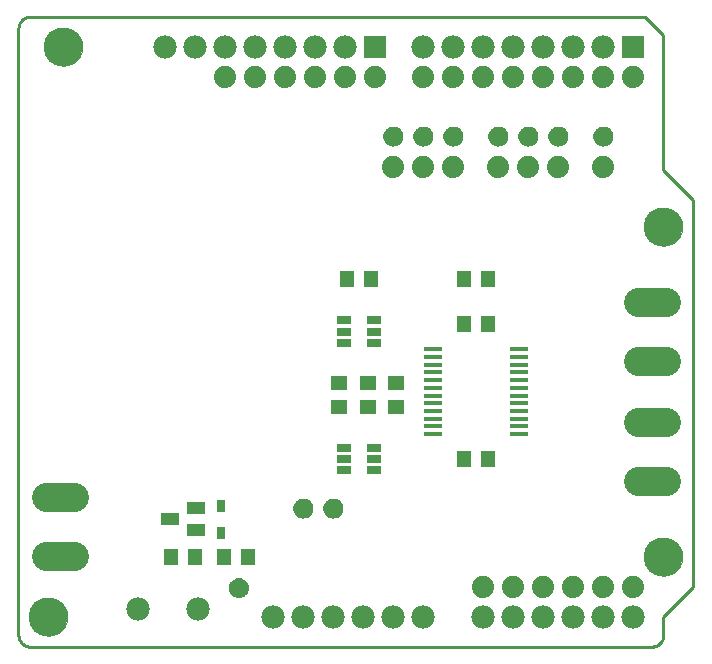
<source format=gts>
G75*
%MOIN*%
%OFA0B0*%
%FSLAX25Y25*%
%IPPOS*%
%LPD*%
%AMOC8*
5,1,8,0,0,1.08239X$1,22.5*
%
%ADD10C,0.01000*%
%ADD11C,0.00000*%
%ADD12C,0.12998*%
%ADD13C,0.07800*%
%ADD14R,0.07800X0.07800*%
%ADD15C,0.09770*%
%ADD16R,0.05124X0.02565*%
%ADD17R,0.05518X0.05124*%
%ADD18R,0.05912X0.04337*%
%ADD19R,0.02762X0.04337*%
%ADD20R,0.05124X0.05518*%
%ADD21C,0.00500*%
%ADD22R,0.05900X0.01770*%
%ADD23C,0.07400*%
D10*
X0005537Y0010800D02*
X0212663Y0010800D01*
X0212787Y0010802D01*
X0212910Y0010808D01*
X0213034Y0010817D01*
X0213156Y0010831D01*
X0213279Y0010848D01*
X0213401Y0010870D01*
X0213522Y0010895D01*
X0213642Y0010924D01*
X0213761Y0010956D01*
X0213880Y0010993D01*
X0213997Y0011033D01*
X0214112Y0011076D01*
X0214227Y0011124D01*
X0214339Y0011175D01*
X0214450Y0011229D01*
X0214560Y0011287D01*
X0214667Y0011348D01*
X0214773Y0011413D01*
X0214876Y0011481D01*
X0214977Y0011552D01*
X0215076Y0011626D01*
X0215173Y0011703D01*
X0215267Y0011784D01*
X0215358Y0011867D01*
X0215447Y0011953D01*
X0215533Y0012042D01*
X0215616Y0012133D01*
X0215697Y0012227D01*
X0215774Y0012324D01*
X0215848Y0012423D01*
X0215919Y0012524D01*
X0215987Y0012627D01*
X0216052Y0012733D01*
X0216113Y0012840D01*
X0216171Y0012950D01*
X0216225Y0013061D01*
X0216276Y0013173D01*
X0216324Y0013288D01*
X0216367Y0013403D01*
X0216407Y0013520D01*
X0216444Y0013639D01*
X0216476Y0013758D01*
X0216505Y0013878D01*
X0216530Y0013999D01*
X0216552Y0014121D01*
X0216569Y0014244D01*
X0216583Y0014366D01*
X0216592Y0014490D01*
X0216598Y0014613D01*
X0216600Y0014737D01*
X0216600Y0020800D01*
X0226600Y0030800D01*
X0226600Y0159800D01*
X0216600Y0169800D01*
X0216600Y0214800D01*
X0210600Y0220800D01*
X0005537Y0220800D01*
X0005413Y0220798D01*
X0005290Y0220792D01*
X0005166Y0220783D01*
X0005044Y0220769D01*
X0004921Y0220752D01*
X0004799Y0220730D01*
X0004678Y0220705D01*
X0004558Y0220676D01*
X0004439Y0220644D01*
X0004320Y0220607D01*
X0004203Y0220567D01*
X0004088Y0220524D01*
X0003973Y0220476D01*
X0003861Y0220425D01*
X0003750Y0220371D01*
X0003640Y0220313D01*
X0003533Y0220252D01*
X0003427Y0220187D01*
X0003324Y0220119D01*
X0003223Y0220048D01*
X0003124Y0219974D01*
X0003027Y0219897D01*
X0002933Y0219816D01*
X0002842Y0219733D01*
X0002753Y0219647D01*
X0002667Y0219558D01*
X0002584Y0219467D01*
X0002503Y0219373D01*
X0002426Y0219276D01*
X0002352Y0219177D01*
X0002281Y0219076D01*
X0002213Y0218973D01*
X0002148Y0218867D01*
X0002087Y0218760D01*
X0002029Y0218650D01*
X0001975Y0218539D01*
X0001924Y0218427D01*
X0001876Y0218312D01*
X0001833Y0218197D01*
X0001793Y0218080D01*
X0001756Y0217961D01*
X0001724Y0217842D01*
X0001695Y0217722D01*
X0001670Y0217601D01*
X0001648Y0217479D01*
X0001631Y0217356D01*
X0001617Y0217234D01*
X0001608Y0217110D01*
X0001602Y0216987D01*
X0001600Y0216863D01*
X0001600Y0014737D01*
X0001602Y0014613D01*
X0001608Y0014490D01*
X0001617Y0014366D01*
X0001631Y0014244D01*
X0001648Y0014121D01*
X0001670Y0013999D01*
X0001695Y0013878D01*
X0001724Y0013758D01*
X0001756Y0013639D01*
X0001793Y0013520D01*
X0001833Y0013403D01*
X0001876Y0013288D01*
X0001924Y0013173D01*
X0001975Y0013061D01*
X0002029Y0012950D01*
X0002087Y0012840D01*
X0002148Y0012733D01*
X0002213Y0012627D01*
X0002281Y0012524D01*
X0002352Y0012423D01*
X0002426Y0012324D01*
X0002503Y0012227D01*
X0002584Y0012133D01*
X0002667Y0012042D01*
X0002753Y0011953D01*
X0002842Y0011867D01*
X0002933Y0011784D01*
X0003027Y0011703D01*
X0003124Y0011626D01*
X0003223Y0011552D01*
X0003324Y0011481D01*
X0003427Y0011413D01*
X0003533Y0011348D01*
X0003640Y0011287D01*
X0003750Y0011229D01*
X0003861Y0011175D01*
X0003973Y0011124D01*
X0004088Y0011076D01*
X0004203Y0011033D01*
X0004320Y0010993D01*
X0004439Y0010956D01*
X0004558Y0010924D01*
X0004678Y0010895D01*
X0004799Y0010870D01*
X0004921Y0010848D01*
X0005044Y0010831D01*
X0005166Y0010817D01*
X0005290Y0010808D01*
X0005413Y0010802D01*
X0005537Y0010800D01*
D11*
X0005301Y0020800D02*
X0005303Y0020958D01*
X0005309Y0021116D01*
X0005319Y0021274D01*
X0005333Y0021432D01*
X0005351Y0021589D01*
X0005372Y0021746D01*
X0005398Y0021902D01*
X0005428Y0022058D01*
X0005461Y0022213D01*
X0005499Y0022366D01*
X0005540Y0022519D01*
X0005585Y0022671D01*
X0005634Y0022822D01*
X0005687Y0022971D01*
X0005743Y0023119D01*
X0005803Y0023265D01*
X0005867Y0023410D01*
X0005935Y0023553D01*
X0006006Y0023695D01*
X0006080Y0023835D01*
X0006158Y0023972D01*
X0006240Y0024108D01*
X0006324Y0024242D01*
X0006413Y0024373D01*
X0006504Y0024502D01*
X0006599Y0024629D01*
X0006696Y0024754D01*
X0006797Y0024876D01*
X0006901Y0024995D01*
X0007008Y0025112D01*
X0007118Y0025226D01*
X0007231Y0025337D01*
X0007346Y0025446D01*
X0007464Y0025551D01*
X0007585Y0025653D01*
X0007708Y0025753D01*
X0007834Y0025849D01*
X0007962Y0025942D01*
X0008092Y0026032D01*
X0008225Y0026118D01*
X0008360Y0026202D01*
X0008496Y0026281D01*
X0008635Y0026358D01*
X0008776Y0026430D01*
X0008918Y0026500D01*
X0009062Y0026565D01*
X0009208Y0026627D01*
X0009355Y0026685D01*
X0009504Y0026740D01*
X0009654Y0026791D01*
X0009805Y0026838D01*
X0009957Y0026881D01*
X0010110Y0026920D01*
X0010265Y0026956D01*
X0010420Y0026987D01*
X0010576Y0027015D01*
X0010732Y0027039D01*
X0010889Y0027059D01*
X0011047Y0027075D01*
X0011204Y0027087D01*
X0011363Y0027095D01*
X0011521Y0027099D01*
X0011679Y0027099D01*
X0011837Y0027095D01*
X0011996Y0027087D01*
X0012153Y0027075D01*
X0012311Y0027059D01*
X0012468Y0027039D01*
X0012624Y0027015D01*
X0012780Y0026987D01*
X0012935Y0026956D01*
X0013090Y0026920D01*
X0013243Y0026881D01*
X0013395Y0026838D01*
X0013546Y0026791D01*
X0013696Y0026740D01*
X0013845Y0026685D01*
X0013992Y0026627D01*
X0014138Y0026565D01*
X0014282Y0026500D01*
X0014424Y0026430D01*
X0014565Y0026358D01*
X0014704Y0026281D01*
X0014840Y0026202D01*
X0014975Y0026118D01*
X0015108Y0026032D01*
X0015238Y0025942D01*
X0015366Y0025849D01*
X0015492Y0025753D01*
X0015615Y0025653D01*
X0015736Y0025551D01*
X0015854Y0025446D01*
X0015969Y0025337D01*
X0016082Y0025226D01*
X0016192Y0025112D01*
X0016299Y0024995D01*
X0016403Y0024876D01*
X0016504Y0024754D01*
X0016601Y0024629D01*
X0016696Y0024502D01*
X0016787Y0024373D01*
X0016876Y0024242D01*
X0016960Y0024108D01*
X0017042Y0023972D01*
X0017120Y0023835D01*
X0017194Y0023695D01*
X0017265Y0023553D01*
X0017333Y0023410D01*
X0017397Y0023265D01*
X0017457Y0023119D01*
X0017513Y0022971D01*
X0017566Y0022822D01*
X0017615Y0022671D01*
X0017660Y0022519D01*
X0017701Y0022366D01*
X0017739Y0022213D01*
X0017772Y0022058D01*
X0017802Y0021902D01*
X0017828Y0021746D01*
X0017849Y0021589D01*
X0017867Y0021432D01*
X0017881Y0021274D01*
X0017891Y0021116D01*
X0017897Y0020958D01*
X0017899Y0020800D01*
X0017897Y0020642D01*
X0017891Y0020484D01*
X0017881Y0020326D01*
X0017867Y0020168D01*
X0017849Y0020011D01*
X0017828Y0019854D01*
X0017802Y0019698D01*
X0017772Y0019542D01*
X0017739Y0019387D01*
X0017701Y0019234D01*
X0017660Y0019081D01*
X0017615Y0018929D01*
X0017566Y0018778D01*
X0017513Y0018629D01*
X0017457Y0018481D01*
X0017397Y0018335D01*
X0017333Y0018190D01*
X0017265Y0018047D01*
X0017194Y0017905D01*
X0017120Y0017765D01*
X0017042Y0017628D01*
X0016960Y0017492D01*
X0016876Y0017358D01*
X0016787Y0017227D01*
X0016696Y0017098D01*
X0016601Y0016971D01*
X0016504Y0016846D01*
X0016403Y0016724D01*
X0016299Y0016605D01*
X0016192Y0016488D01*
X0016082Y0016374D01*
X0015969Y0016263D01*
X0015854Y0016154D01*
X0015736Y0016049D01*
X0015615Y0015947D01*
X0015492Y0015847D01*
X0015366Y0015751D01*
X0015238Y0015658D01*
X0015108Y0015568D01*
X0014975Y0015482D01*
X0014840Y0015398D01*
X0014704Y0015319D01*
X0014565Y0015242D01*
X0014424Y0015170D01*
X0014282Y0015100D01*
X0014138Y0015035D01*
X0013992Y0014973D01*
X0013845Y0014915D01*
X0013696Y0014860D01*
X0013546Y0014809D01*
X0013395Y0014762D01*
X0013243Y0014719D01*
X0013090Y0014680D01*
X0012935Y0014644D01*
X0012780Y0014613D01*
X0012624Y0014585D01*
X0012468Y0014561D01*
X0012311Y0014541D01*
X0012153Y0014525D01*
X0011996Y0014513D01*
X0011837Y0014505D01*
X0011679Y0014501D01*
X0011521Y0014501D01*
X0011363Y0014505D01*
X0011204Y0014513D01*
X0011047Y0014525D01*
X0010889Y0014541D01*
X0010732Y0014561D01*
X0010576Y0014585D01*
X0010420Y0014613D01*
X0010265Y0014644D01*
X0010110Y0014680D01*
X0009957Y0014719D01*
X0009805Y0014762D01*
X0009654Y0014809D01*
X0009504Y0014860D01*
X0009355Y0014915D01*
X0009208Y0014973D01*
X0009062Y0015035D01*
X0008918Y0015100D01*
X0008776Y0015170D01*
X0008635Y0015242D01*
X0008496Y0015319D01*
X0008360Y0015398D01*
X0008225Y0015482D01*
X0008092Y0015568D01*
X0007962Y0015658D01*
X0007834Y0015751D01*
X0007708Y0015847D01*
X0007585Y0015947D01*
X0007464Y0016049D01*
X0007346Y0016154D01*
X0007231Y0016263D01*
X0007118Y0016374D01*
X0007008Y0016488D01*
X0006901Y0016605D01*
X0006797Y0016724D01*
X0006696Y0016846D01*
X0006599Y0016971D01*
X0006504Y0017098D01*
X0006413Y0017227D01*
X0006324Y0017358D01*
X0006240Y0017492D01*
X0006158Y0017628D01*
X0006080Y0017765D01*
X0006006Y0017905D01*
X0005935Y0018047D01*
X0005867Y0018190D01*
X0005803Y0018335D01*
X0005743Y0018481D01*
X0005687Y0018629D01*
X0005634Y0018778D01*
X0005585Y0018929D01*
X0005540Y0019081D01*
X0005499Y0019234D01*
X0005461Y0019387D01*
X0005428Y0019542D01*
X0005398Y0019698D01*
X0005372Y0019854D01*
X0005351Y0020011D01*
X0005333Y0020168D01*
X0005319Y0020326D01*
X0005309Y0020484D01*
X0005303Y0020642D01*
X0005301Y0020800D01*
X0010301Y0210800D02*
X0010303Y0210958D01*
X0010309Y0211116D01*
X0010319Y0211274D01*
X0010333Y0211432D01*
X0010351Y0211589D01*
X0010372Y0211746D01*
X0010398Y0211902D01*
X0010428Y0212058D01*
X0010461Y0212213D01*
X0010499Y0212366D01*
X0010540Y0212519D01*
X0010585Y0212671D01*
X0010634Y0212822D01*
X0010687Y0212971D01*
X0010743Y0213119D01*
X0010803Y0213265D01*
X0010867Y0213410D01*
X0010935Y0213553D01*
X0011006Y0213695D01*
X0011080Y0213835D01*
X0011158Y0213972D01*
X0011240Y0214108D01*
X0011324Y0214242D01*
X0011413Y0214373D01*
X0011504Y0214502D01*
X0011599Y0214629D01*
X0011696Y0214754D01*
X0011797Y0214876D01*
X0011901Y0214995D01*
X0012008Y0215112D01*
X0012118Y0215226D01*
X0012231Y0215337D01*
X0012346Y0215446D01*
X0012464Y0215551D01*
X0012585Y0215653D01*
X0012708Y0215753D01*
X0012834Y0215849D01*
X0012962Y0215942D01*
X0013092Y0216032D01*
X0013225Y0216118D01*
X0013360Y0216202D01*
X0013496Y0216281D01*
X0013635Y0216358D01*
X0013776Y0216430D01*
X0013918Y0216500D01*
X0014062Y0216565D01*
X0014208Y0216627D01*
X0014355Y0216685D01*
X0014504Y0216740D01*
X0014654Y0216791D01*
X0014805Y0216838D01*
X0014957Y0216881D01*
X0015110Y0216920D01*
X0015265Y0216956D01*
X0015420Y0216987D01*
X0015576Y0217015D01*
X0015732Y0217039D01*
X0015889Y0217059D01*
X0016047Y0217075D01*
X0016204Y0217087D01*
X0016363Y0217095D01*
X0016521Y0217099D01*
X0016679Y0217099D01*
X0016837Y0217095D01*
X0016996Y0217087D01*
X0017153Y0217075D01*
X0017311Y0217059D01*
X0017468Y0217039D01*
X0017624Y0217015D01*
X0017780Y0216987D01*
X0017935Y0216956D01*
X0018090Y0216920D01*
X0018243Y0216881D01*
X0018395Y0216838D01*
X0018546Y0216791D01*
X0018696Y0216740D01*
X0018845Y0216685D01*
X0018992Y0216627D01*
X0019138Y0216565D01*
X0019282Y0216500D01*
X0019424Y0216430D01*
X0019565Y0216358D01*
X0019704Y0216281D01*
X0019840Y0216202D01*
X0019975Y0216118D01*
X0020108Y0216032D01*
X0020238Y0215942D01*
X0020366Y0215849D01*
X0020492Y0215753D01*
X0020615Y0215653D01*
X0020736Y0215551D01*
X0020854Y0215446D01*
X0020969Y0215337D01*
X0021082Y0215226D01*
X0021192Y0215112D01*
X0021299Y0214995D01*
X0021403Y0214876D01*
X0021504Y0214754D01*
X0021601Y0214629D01*
X0021696Y0214502D01*
X0021787Y0214373D01*
X0021876Y0214242D01*
X0021960Y0214108D01*
X0022042Y0213972D01*
X0022120Y0213835D01*
X0022194Y0213695D01*
X0022265Y0213553D01*
X0022333Y0213410D01*
X0022397Y0213265D01*
X0022457Y0213119D01*
X0022513Y0212971D01*
X0022566Y0212822D01*
X0022615Y0212671D01*
X0022660Y0212519D01*
X0022701Y0212366D01*
X0022739Y0212213D01*
X0022772Y0212058D01*
X0022802Y0211902D01*
X0022828Y0211746D01*
X0022849Y0211589D01*
X0022867Y0211432D01*
X0022881Y0211274D01*
X0022891Y0211116D01*
X0022897Y0210958D01*
X0022899Y0210800D01*
X0022897Y0210642D01*
X0022891Y0210484D01*
X0022881Y0210326D01*
X0022867Y0210168D01*
X0022849Y0210011D01*
X0022828Y0209854D01*
X0022802Y0209698D01*
X0022772Y0209542D01*
X0022739Y0209387D01*
X0022701Y0209234D01*
X0022660Y0209081D01*
X0022615Y0208929D01*
X0022566Y0208778D01*
X0022513Y0208629D01*
X0022457Y0208481D01*
X0022397Y0208335D01*
X0022333Y0208190D01*
X0022265Y0208047D01*
X0022194Y0207905D01*
X0022120Y0207765D01*
X0022042Y0207628D01*
X0021960Y0207492D01*
X0021876Y0207358D01*
X0021787Y0207227D01*
X0021696Y0207098D01*
X0021601Y0206971D01*
X0021504Y0206846D01*
X0021403Y0206724D01*
X0021299Y0206605D01*
X0021192Y0206488D01*
X0021082Y0206374D01*
X0020969Y0206263D01*
X0020854Y0206154D01*
X0020736Y0206049D01*
X0020615Y0205947D01*
X0020492Y0205847D01*
X0020366Y0205751D01*
X0020238Y0205658D01*
X0020108Y0205568D01*
X0019975Y0205482D01*
X0019840Y0205398D01*
X0019704Y0205319D01*
X0019565Y0205242D01*
X0019424Y0205170D01*
X0019282Y0205100D01*
X0019138Y0205035D01*
X0018992Y0204973D01*
X0018845Y0204915D01*
X0018696Y0204860D01*
X0018546Y0204809D01*
X0018395Y0204762D01*
X0018243Y0204719D01*
X0018090Y0204680D01*
X0017935Y0204644D01*
X0017780Y0204613D01*
X0017624Y0204585D01*
X0017468Y0204561D01*
X0017311Y0204541D01*
X0017153Y0204525D01*
X0016996Y0204513D01*
X0016837Y0204505D01*
X0016679Y0204501D01*
X0016521Y0204501D01*
X0016363Y0204505D01*
X0016204Y0204513D01*
X0016047Y0204525D01*
X0015889Y0204541D01*
X0015732Y0204561D01*
X0015576Y0204585D01*
X0015420Y0204613D01*
X0015265Y0204644D01*
X0015110Y0204680D01*
X0014957Y0204719D01*
X0014805Y0204762D01*
X0014654Y0204809D01*
X0014504Y0204860D01*
X0014355Y0204915D01*
X0014208Y0204973D01*
X0014062Y0205035D01*
X0013918Y0205100D01*
X0013776Y0205170D01*
X0013635Y0205242D01*
X0013496Y0205319D01*
X0013360Y0205398D01*
X0013225Y0205482D01*
X0013092Y0205568D01*
X0012962Y0205658D01*
X0012834Y0205751D01*
X0012708Y0205847D01*
X0012585Y0205947D01*
X0012464Y0206049D01*
X0012346Y0206154D01*
X0012231Y0206263D01*
X0012118Y0206374D01*
X0012008Y0206488D01*
X0011901Y0206605D01*
X0011797Y0206724D01*
X0011696Y0206846D01*
X0011599Y0206971D01*
X0011504Y0207098D01*
X0011413Y0207227D01*
X0011324Y0207358D01*
X0011240Y0207492D01*
X0011158Y0207628D01*
X0011080Y0207765D01*
X0011006Y0207905D01*
X0010935Y0208047D01*
X0010867Y0208190D01*
X0010803Y0208335D01*
X0010743Y0208481D01*
X0010687Y0208629D01*
X0010634Y0208778D01*
X0010585Y0208929D01*
X0010540Y0209081D01*
X0010499Y0209234D01*
X0010461Y0209387D01*
X0010428Y0209542D01*
X0010398Y0209698D01*
X0010372Y0209854D01*
X0010351Y0210011D01*
X0010333Y0210168D01*
X0010319Y0210326D01*
X0010309Y0210484D01*
X0010303Y0210642D01*
X0010301Y0210800D01*
X0210301Y0150800D02*
X0210303Y0150958D01*
X0210309Y0151116D01*
X0210319Y0151274D01*
X0210333Y0151432D01*
X0210351Y0151589D01*
X0210372Y0151746D01*
X0210398Y0151902D01*
X0210428Y0152058D01*
X0210461Y0152213D01*
X0210499Y0152366D01*
X0210540Y0152519D01*
X0210585Y0152671D01*
X0210634Y0152822D01*
X0210687Y0152971D01*
X0210743Y0153119D01*
X0210803Y0153265D01*
X0210867Y0153410D01*
X0210935Y0153553D01*
X0211006Y0153695D01*
X0211080Y0153835D01*
X0211158Y0153972D01*
X0211240Y0154108D01*
X0211324Y0154242D01*
X0211413Y0154373D01*
X0211504Y0154502D01*
X0211599Y0154629D01*
X0211696Y0154754D01*
X0211797Y0154876D01*
X0211901Y0154995D01*
X0212008Y0155112D01*
X0212118Y0155226D01*
X0212231Y0155337D01*
X0212346Y0155446D01*
X0212464Y0155551D01*
X0212585Y0155653D01*
X0212708Y0155753D01*
X0212834Y0155849D01*
X0212962Y0155942D01*
X0213092Y0156032D01*
X0213225Y0156118D01*
X0213360Y0156202D01*
X0213496Y0156281D01*
X0213635Y0156358D01*
X0213776Y0156430D01*
X0213918Y0156500D01*
X0214062Y0156565D01*
X0214208Y0156627D01*
X0214355Y0156685D01*
X0214504Y0156740D01*
X0214654Y0156791D01*
X0214805Y0156838D01*
X0214957Y0156881D01*
X0215110Y0156920D01*
X0215265Y0156956D01*
X0215420Y0156987D01*
X0215576Y0157015D01*
X0215732Y0157039D01*
X0215889Y0157059D01*
X0216047Y0157075D01*
X0216204Y0157087D01*
X0216363Y0157095D01*
X0216521Y0157099D01*
X0216679Y0157099D01*
X0216837Y0157095D01*
X0216996Y0157087D01*
X0217153Y0157075D01*
X0217311Y0157059D01*
X0217468Y0157039D01*
X0217624Y0157015D01*
X0217780Y0156987D01*
X0217935Y0156956D01*
X0218090Y0156920D01*
X0218243Y0156881D01*
X0218395Y0156838D01*
X0218546Y0156791D01*
X0218696Y0156740D01*
X0218845Y0156685D01*
X0218992Y0156627D01*
X0219138Y0156565D01*
X0219282Y0156500D01*
X0219424Y0156430D01*
X0219565Y0156358D01*
X0219704Y0156281D01*
X0219840Y0156202D01*
X0219975Y0156118D01*
X0220108Y0156032D01*
X0220238Y0155942D01*
X0220366Y0155849D01*
X0220492Y0155753D01*
X0220615Y0155653D01*
X0220736Y0155551D01*
X0220854Y0155446D01*
X0220969Y0155337D01*
X0221082Y0155226D01*
X0221192Y0155112D01*
X0221299Y0154995D01*
X0221403Y0154876D01*
X0221504Y0154754D01*
X0221601Y0154629D01*
X0221696Y0154502D01*
X0221787Y0154373D01*
X0221876Y0154242D01*
X0221960Y0154108D01*
X0222042Y0153972D01*
X0222120Y0153835D01*
X0222194Y0153695D01*
X0222265Y0153553D01*
X0222333Y0153410D01*
X0222397Y0153265D01*
X0222457Y0153119D01*
X0222513Y0152971D01*
X0222566Y0152822D01*
X0222615Y0152671D01*
X0222660Y0152519D01*
X0222701Y0152366D01*
X0222739Y0152213D01*
X0222772Y0152058D01*
X0222802Y0151902D01*
X0222828Y0151746D01*
X0222849Y0151589D01*
X0222867Y0151432D01*
X0222881Y0151274D01*
X0222891Y0151116D01*
X0222897Y0150958D01*
X0222899Y0150800D01*
X0222897Y0150642D01*
X0222891Y0150484D01*
X0222881Y0150326D01*
X0222867Y0150168D01*
X0222849Y0150011D01*
X0222828Y0149854D01*
X0222802Y0149698D01*
X0222772Y0149542D01*
X0222739Y0149387D01*
X0222701Y0149234D01*
X0222660Y0149081D01*
X0222615Y0148929D01*
X0222566Y0148778D01*
X0222513Y0148629D01*
X0222457Y0148481D01*
X0222397Y0148335D01*
X0222333Y0148190D01*
X0222265Y0148047D01*
X0222194Y0147905D01*
X0222120Y0147765D01*
X0222042Y0147628D01*
X0221960Y0147492D01*
X0221876Y0147358D01*
X0221787Y0147227D01*
X0221696Y0147098D01*
X0221601Y0146971D01*
X0221504Y0146846D01*
X0221403Y0146724D01*
X0221299Y0146605D01*
X0221192Y0146488D01*
X0221082Y0146374D01*
X0220969Y0146263D01*
X0220854Y0146154D01*
X0220736Y0146049D01*
X0220615Y0145947D01*
X0220492Y0145847D01*
X0220366Y0145751D01*
X0220238Y0145658D01*
X0220108Y0145568D01*
X0219975Y0145482D01*
X0219840Y0145398D01*
X0219704Y0145319D01*
X0219565Y0145242D01*
X0219424Y0145170D01*
X0219282Y0145100D01*
X0219138Y0145035D01*
X0218992Y0144973D01*
X0218845Y0144915D01*
X0218696Y0144860D01*
X0218546Y0144809D01*
X0218395Y0144762D01*
X0218243Y0144719D01*
X0218090Y0144680D01*
X0217935Y0144644D01*
X0217780Y0144613D01*
X0217624Y0144585D01*
X0217468Y0144561D01*
X0217311Y0144541D01*
X0217153Y0144525D01*
X0216996Y0144513D01*
X0216837Y0144505D01*
X0216679Y0144501D01*
X0216521Y0144501D01*
X0216363Y0144505D01*
X0216204Y0144513D01*
X0216047Y0144525D01*
X0215889Y0144541D01*
X0215732Y0144561D01*
X0215576Y0144585D01*
X0215420Y0144613D01*
X0215265Y0144644D01*
X0215110Y0144680D01*
X0214957Y0144719D01*
X0214805Y0144762D01*
X0214654Y0144809D01*
X0214504Y0144860D01*
X0214355Y0144915D01*
X0214208Y0144973D01*
X0214062Y0145035D01*
X0213918Y0145100D01*
X0213776Y0145170D01*
X0213635Y0145242D01*
X0213496Y0145319D01*
X0213360Y0145398D01*
X0213225Y0145482D01*
X0213092Y0145568D01*
X0212962Y0145658D01*
X0212834Y0145751D01*
X0212708Y0145847D01*
X0212585Y0145947D01*
X0212464Y0146049D01*
X0212346Y0146154D01*
X0212231Y0146263D01*
X0212118Y0146374D01*
X0212008Y0146488D01*
X0211901Y0146605D01*
X0211797Y0146724D01*
X0211696Y0146846D01*
X0211599Y0146971D01*
X0211504Y0147098D01*
X0211413Y0147227D01*
X0211324Y0147358D01*
X0211240Y0147492D01*
X0211158Y0147628D01*
X0211080Y0147765D01*
X0211006Y0147905D01*
X0210935Y0148047D01*
X0210867Y0148190D01*
X0210803Y0148335D01*
X0210743Y0148481D01*
X0210687Y0148629D01*
X0210634Y0148778D01*
X0210585Y0148929D01*
X0210540Y0149081D01*
X0210499Y0149234D01*
X0210461Y0149387D01*
X0210428Y0149542D01*
X0210398Y0149698D01*
X0210372Y0149854D01*
X0210351Y0150011D01*
X0210333Y0150168D01*
X0210319Y0150326D01*
X0210309Y0150484D01*
X0210303Y0150642D01*
X0210301Y0150800D01*
X0210301Y0040800D02*
X0210303Y0040958D01*
X0210309Y0041116D01*
X0210319Y0041274D01*
X0210333Y0041432D01*
X0210351Y0041589D01*
X0210372Y0041746D01*
X0210398Y0041902D01*
X0210428Y0042058D01*
X0210461Y0042213D01*
X0210499Y0042366D01*
X0210540Y0042519D01*
X0210585Y0042671D01*
X0210634Y0042822D01*
X0210687Y0042971D01*
X0210743Y0043119D01*
X0210803Y0043265D01*
X0210867Y0043410D01*
X0210935Y0043553D01*
X0211006Y0043695D01*
X0211080Y0043835D01*
X0211158Y0043972D01*
X0211240Y0044108D01*
X0211324Y0044242D01*
X0211413Y0044373D01*
X0211504Y0044502D01*
X0211599Y0044629D01*
X0211696Y0044754D01*
X0211797Y0044876D01*
X0211901Y0044995D01*
X0212008Y0045112D01*
X0212118Y0045226D01*
X0212231Y0045337D01*
X0212346Y0045446D01*
X0212464Y0045551D01*
X0212585Y0045653D01*
X0212708Y0045753D01*
X0212834Y0045849D01*
X0212962Y0045942D01*
X0213092Y0046032D01*
X0213225Y0046118D01*
X0213360Y0046202D01*
X0213496Y0046281D01*
X0213635Y0046358D01*
X0213776Y0046430D01*
X0213918Y0046500D01*
X0214062Y0046565D01*
X0214208Y0046627D01*
X0214355Y0046685D01*
X0214504Y0046740D01*
X0214654Y0046791D01*
X0214805Y0046838D01*
X0214957Y0046881D01*
X0215110Y0046920D01*
X0215265Y0046956D01*
X0215420Y0046987D01*
X0215576Y0047015D01*
X0215732Y0047039D01*
X0215889Y0047059D01*
X0216047Y0047075D01*
X0216204Y0047087D01*
X0216363Y0047095D01*
X0216521Y0047099D01*
X0216679Y0047099D01*
X0216837Y0047095D01*
X0216996Y0047087D01*
X0217153Y0047075D01*
X0217311Y0047059D01*
X0217468Y0047039D01*
X0217624Y0047015D01*
X0217780Y0046987D01*
X0217935Y0046956D01*
X0218090Y0046920D01*
X0218243Y0046881D01*
X0218395Y0046838D01*
X0218546Y0046791D01*
X0218696Y0046740D01*
X0218845Y0046685D01*
X0218992Y0046627D01*
X0219138Y0046565D01*
X0219282Y0046500D01*
X0219424Y0046430D01*
X0219565Y0046358D01*
X0219704Y0046281D01*
X0219840Y0046202D01*
X0219975Y0046118D01*
X0220108Y0046032D01*
X0220238Y0045942D01*
X0220366Y0045849D01*
X0220492Y0045753D01*
X0220615Y0045653D01*
X0220736Y0045551D01*
X0220854Y0045446D01*
X0220969Y0045337D01*
X0221082Y0045226D01*
X0221192Y0045112D01*
X0221299Y0044995D01*
X0221403Y0044876D01*
X0221504Y0044754D01*
X0221601Y0044629D01*
X0221696Y0044502D01*
X0221787Y0044373D01*
X0221876Y0044242D01*
X0221960Y0044108D01*
X0222042Y0043972D01*
X0222120Y0043835D01*
X0222194Y0043695D01*
X0222265Y0043553D01*
X0222333Y0043410D01*
X0222397Y0043265D01*
X0222457Y0043119D01*
X0222513Y0042971D01*
X0222566Y0042822D01*
X0222615Y0042671D01*
X0222660Y0042519D01*
X0222701Y0042366D01*
X0222739Y0042213D01*
X0222772Y0042058D01*
X0222802Y0041902D01*
X0222828Y0041746D01*
X0222849Y0041589D01*
X0222867Y0041432D01*
X0222881Y0041274D01*
X0222891Y0041116D01*
X0222897Y0040958D01*
X0222899Y0040800D01*
X0222897Y0040642D01*
X0222891Y0040484D01*
X0222881Y0040326D01*
X0222867Y0040168D01*
X0222849Y0040011D01*
X0222828Y0039854D01*
X0222802Y0039698D01*
X0222772Y0039542D01*
X0222739Y0039387D01*
X0222701Y0039234D01*
X0222660Y0039081D01*
X0222615Y0038929D01*
X0222566Y0038778D01*
X0222513Y0038629D01*
X0222457Y0038481D01*
X0222397Y0038335D01*
X0222333Y0038190D01*
X0222265Y0038047D01*
X0222194Y0037905D01*
X0222120Y0037765D01*
X0222042Y0037628D01*
X0221960Y0037492D01*
X0221876Y0037358D01*
X0221787Y0037227D01*
X0221696Y0037098D01*
X0221601Y0036971D01*
X0221504Y0036846D01*
X0221403Y0036724D01*
X0221299Y0036605D01*
X0221192Y0036488D01*
X0221082Y0036374D01*
X0220969Y0036263D01*
X0220854Y0036154D01*
X0220736Y0036049D01*
X0220615Y0035947D01*
X0220492Y0035847D01*
X0220366Y0035751D01*
X0220238Y0035658D01*
X0220108Y0035568D01*
X0219975Y0035482D01*
X0219840Y0035398D01*
X0219704Y0035319D01*
X0219565Y0035242D01*
X0219424Y0035170D01*
X0219282Y0035100D01*
X0219138Y0035035D01*
X0218992Y0034973D01*
X0218845Y0034915D01*
X0218696Y0034860D01*
X0218546Y0034809D01*
X0218395Y0034762D01*
X0218243Y0034719D01*
X0218090Y0034680D01*
X0217935Y0034644D01*
X0217780Y0034613D01*
X0217624Y0034585D01*
X0217468Y0034561D01*
X0217311Y0034541D01*
X0217153Y0034525D01*
X0216996Y0034513D01*
X0216837Y0034505D01*
X0216679Y0034501D01*
X0216521Y0034501D01*
X0216363Y0034505D01*
X0216204Y0034513D01*
X0216047Y0034525D01*
X0215889Y0034541D01*
X0215732Y0034561D01*
X0215576Y0034585D01*
X0215420Y0034613D01*
X0215265Y0034644D01*
X0215110Y0034680D01*
X0214957Y0034719D01*
X0214805Y0034762D01*
X0214654Y0034809D01*
X0214504Y0034860D01*
X0214355Y0034915D01*
X0214208Y0034973D01*
X0214062Y0035035D01*
X0213918Y0035100D01*
X0213776Y0035170D01*
X0213635Y0035242D01*
X0213496Y0035319D01*
X0213360Y0035398D01*
X0213225Y0035482D01*
X0213092Y0035568D01*
X0212962Y0035658D01*
X0212834Y0035751D01*
X0212708Y0035847D01*
X0212585Y0035947D01*
X0212464Y0036049D01*
X0212346Y0036154D01*
X0212231Y0036263D01*
X0212118Y0036374D01*
X0212008Y0036488D01*
X0211901Y0036605D01*
X0211797Y0036724D01*
X0211696Y0036846D01*
X0211599Y0036971D01*
X0211504Y0037098D01*
X0211413Y0037227D01*
X0211324Y0037358D01*
X0211240Y0037492D01*
X0211158Y0037628D01*
X0211080Y0037765D01*
X0211006Y0037905D01*
X0210935Y0038047D01*
X0210867Y0038190D01*
X0210803Y0038335D01*
X0210743Y0038481D01*
X0210687Y0038629D01*
X0210634Y0038778D01*
X0210585Y0038929D01*
X0210540Y0039081D01*
X0210499Y0039234D01*
X0210461Y0039387D01*
X0210428Y0039542D01*
X0210398Y0039698D01*
X0210372Y0039854D01*
X0210351Y0040011D01*
X0210333Y0040168D01*
X0210319Y0040326D01*
X0210309Y0040484D01*
X0210303Y0040642D01*
X0210301Y0040800D01*
D12*
X0216600Y0040800D03*
X0216600Y0150800D03*
X0016600Y0210800D03*
X0011600Y0020800D03*
D13*
X0041600Y0023300D03*
X0061600Y0023300D03*
X0086600Y0020800D03*
X0096600Y0020800D03*
X0106600Y0020800D03*
X0116600Y0020800D03*
X0126600Y0020800D03*
X0136600Y0020800D03*
X0156600Y0020800D03*
X0166600Y0020800D03*
X0176600Y0020800D03*
X0186600Y0020800D03*
X0196600Y0020800D03*
X0206600Y0020800D03*
X0196600Y0210800D03*
X0186600Y0210800D03*
X0176600Y0210800D03*
X0166600Y0210800D03*
X0156600Y0210800D03*
X0146600Y0210800D03*
X0136600Y0210800D03*
X0110600Y0210800D03*
X0100600Y0210800D03*
X0090600Y0210800D03*
X0080600Y0210800D03*
X0070600Y0210800D03*
X0060600Y0210800D03*
X0050600Y0210800D03*
D14*
X0120600Y0210800D03*
X0206600Y0210800D03*
D15*
X0208187Y0125643D02*
X0217557Y0125643D01*
X0217557Y0105957D02*
X0208187Y0105957D01*
X0208187Y0085643D02*
X0217557Y0085643D01*
X0217557Y0065957D02*
X0208187Y0065957D01*
X0020263Y0060643D02*
X0010893Y0060643D01*
X0010893Y0040957D02*
X0020263Y0040957D01*
D16*
X0109981Y0069560D03*
X0109981Y0073300D03*
X0109981Y0077040D03*
X0120219Y0077040D03*
X0120219Y0073300D03*
X0120219Y0069560D03*
X0120219Y0112060D03*
X0120219Y0115800D03*
X0120219Y0119540D03*
X0109981Y0119540D03*
X0109981Y0115800D03*
X0109981Y0112060D03*
D17*
X0108600Y0098800D03*
X0108600Y0090800D03*
X0118100Y0090800D03*
X0118100Y0098800D03*
X0127600Y0098800D03*
X0127600Y0090800D03*
D18*
X0060931Y0057040D03*
X0060931Y0049560D03*
X0052269Y0053300D03*
D19*
X0069100Y0048800D03*
X0069100Y0057800D03*
D20*
X0070100Y0040800D03*
X0078100Y0040800D03*
X0060600Y0040800D03*
X0052600Y0040800D03*
X0111100Y0133300D03*
X0119100Y0133300D03*
X0150100Y0133300D03*
X0158100Y0133300D03*
X0158100Y0118300D03*
X0150100Y0118300D03*
X0150100Y0073300D03*
X0158100Y0073300D03*
D21*
X0109433Y0057881D02*
X0109600Y0057300D01*
X0109600Y0056300D01*
X0109433Y0055719D01*
X0109154Y0055183D01*
X0108775Y0054712D01*
X0108311Y0054325D01*
X0107779Y0054037D01*
X0107201Y0053860D01*
X0106600Y0053800D01*
X0105999Y0053860D01*
X0105421Y0054037D01*
X0104889Y0054325D01*
X0104425Y0054712D01*
X0104046Y0055183D01*
X0103767Y0055719D01*
X0103600Y0056300D01*
X0103600Y0057300D01*
X0103767Y0057881D01*
X0104046Y0058417D01*
X0104425Y0058888D01*
X0104889Y0059275D01*
X0105421Y0059563D01*
X0105999Y0059740D01*
X0106600Y0059800D01*
X0107201Y0059740D01*
X0107779Y0059563D01*
X0108311Y0059275D01*
X0108775Y0058888D01*
X0109154Y0058417D01*
X0109433Y0057881D01*
X0109496Y0057660D02*
X0103704Y0057660D01*
X0103600Y0057162D02*
X0109600Y0057162D01*
X0109600Y0056663D02*
X0103600Y0056663D01*
X0103639Y0056165D02*
X0109561Y0056165D01*
X0109405Y0055666D02*
X0103795Y0055666D01*
X0104058Y0055168D02*
X0109142Y0055168D01*
X0108724Y0054669D02*
X0104476Y0054669D01*
X0105175Y0054170D02*
X0108025Y0054170D01*
X0109288Y0058159D02*
X0103912Y0058159D01*
X0104239Y0058657D02*
X0108961Y0058657D01*
X0108454Y0059156D02*
X0104746Y0059156D01*
X0105718Y0059654D02*
X0107482Y0059654D01*
X0099600Y0057300D02*
X0099433Y0057881D01*
X0099154Y0058417D01*
X0098775Y0058888D01*
X0098311Y0059275D01*
X0097779Y0059563D01*
X0097201Y0059740D01*
X0096600Y0059800D01*
X0095999Y0059740D01*
X0095421Y0059563D01*
X0094889Y0059275D01*
X0094425Y0058888D01*
X0094046Y0058417D01*
X0093767Y0057881D01*
X0093600Y0057300D01*
X0093600Y0056300D01*
X0093767Y0055719D01*
X0094046Y0055183D01*
X0094425Y0054712D01*
X0094889Y0054325D01*
X0095421Y0054037D01*
X0095999Y0053860D01*
X0096600Y0053800D01*
X0097201Y0053860D01*
X0097779Y0054037D01*
X0098311Y0054325D01*
X0098775Y0054712D01*
X0099154Y0055183D01*
X0099433Y0055719D01*
X0099600Y0056300D01*
X0099600Y0057300D01*
X0099600Y0057162D02*
X0093600Y0057162D01*
X0093600Y0056663D02*
X0099600Y0056663D01*
X0099561Y0056165D02*
X0093639Y0056165D01*
X0093795Y0055666D02*
X0099405Y0055666D01*
X0099142Y0055168D02*
X0094058Y0055168D01*
X0094476Y0054669D02*
X0098724Y0054669D01*
X0098025Y0054170D02*
X0095175Y0054170D01*
X0093704Y0057660D02*
X0099496Y0057660D01*
X0099288Y0058159D02*
X0093912Y0058159D01*
X0094239Y0058657D02*
X0098961Y0058657D01*
X0098454Y0059156D02*
X0094746Y0059156D01*
X0095718Y0059654D02*
X0097482Y0059654D01*
X0076811Y0032775D02*
X0077275Y0032388D01*
X0077654Y0031917D01*
X0077933Y0031381D01*
X0078100Y0030800D01*
X0078100Y0029800D01*
X0077933Y0029219D01*
X0077654Y0028683D01*
X0077275Y0028212D01*
X0076811Y0027825D01*
X0076279Y0027537D01*
X0075701Y0027360D01*
X0075100Y0027300D01*
X0074499Y0027360D01*
X0073921Y0027537D01*
X0073389Y0027825D01*
X0072925Y0028212D01*
X0072546Y0028683D01*
X0072267Y0029219D01*
X0072100Y0029800D01*
X0072100Y0030800D01*
X0072267Y0031381D01*
X0072546Y0031917D01*
X0072925Y0032388D01*
X0073389Y0032775D01*
X0073921Y0033063D01*
X0074499Y0033240D01*
X0075100Y0033300D01*
X0075701Y0033240D01*
X0076279Y0033063D01*
X0076811Y0032775D01*
X0076859Y0032734D02*
X0073341Y0032734D01*
X0072802Y0032236D02*
X0077397Y0032236D01*
X0077747Y0031737D02*
X0072453Y0031737D01*
X0072226Y0031239D02*
X0077973Y0031239D01*
X0078100Y0030740D02*
X0072100Y0030740D01*
X0072100Y0030242D02*
X0078100Y0030242D01*
X0078084Y0029743D02*
X0072116Y0029743D01*
X0072260Y0029245D02*
X0077940Y0029245D01*
X0077687Y0028746D02*
X0072513Y0028746D01*
X0072896Y0028248D02*
X0077304Y0028248D01*
X0076671Y0027749D02*
X0073529Y0027749D01*
X0074475Y0033233D02*
X0075725Y0033233D01*
X0125421Y0178037D02*
X0124889Y0178325D01*
X0124425Y0178712D01*
X0124046Y0179183D01*
X0123767Y0179719D01*
X0123600Y0180300D01*
X0123600Y0181300D01*
X0123767Y0181881D01*
X0124046Y0182417D01*
X0124425Y0182888D01*
X0124889Y0183275D01*
X0125421Y0183563D01*
X0125999Y0183740D01*
X0126600Y0183800D01*
X0127201Y0183740D01*
X0127779Y0183563D01*
X0128311Y0183275D01*
X0128775Y0182888D01*
X0129154Y0182417D01*
X0129433Y0181881D01*
X0129600Y0181300D01*
X0129600Y0180300D01*
X0129433Y0179719D01*
X0129154Y0179183D01*
X0128775Y0178712D01*
X0128311Y0178325D01*
X0127779Y0178037D01*
X0127201Y0177860D01*
X0126600Y0177800D01*
X0125999Y0177860D01*
X0125421Y0178037D01*
X0124936Y0178300D02*
X0128264Y0178300D01*
X0128845Y0178798D02*
X0124355Y0178798D01*
X0123987Y0179297D02*
X0129213Y0179297D01*
X0129455Y0179795D02*
X0123745Y0179795D01*
X0123602Y0180294D02*
X0129598Y0180294D01*
X0129600Y0180792D02*
X0123600Y0180792D01*
X0123600Y0181291D02*
X0129600Y0181291D01*
X0129459Y0181789D02*
X0123741Y0181789D01*
X0123979Y0182288D02*
X0129221Y0182288D01*
X0128857Y0182786D02*
X0124343Y0182786D01*
X0124907Y0183285D02*
X0128292Y0183285D01*
X0126766Y0183783D02*
X0126434Y0183783D01*
X0126587Y0177801D02*
X0126613Y0177801D01*
X0133745Y0179795D02*
X0139455Y0179795D01*
X0139433Y0179719D02*
X0139154Y0179183D01*
X0138775Y0178712D01*
X0138311Y0178325D01*
X0137779Y0178037D01*
X0137201Y0177860D01*
X0136600Y0177800D01*
X0135999Y0177860D01*
X0135421Y0178037D01*
X0134889Y0178325D01*
X0134425Y0178712D01*
X0134046Y0179183D01*
X0133767Y0179719D01*
X0133600Y0180300D01*
X0133600Y0181300D01*
X0133767Y0181881D01*
X0134046Y0182417D01*
X0134425Y0182888D01*
X0134889Y0183275D01*
X0135421Y0183563D01*
X0135999Y0183740D01*
X0136600Y0183800D01*
X0137201Y0183740D01*
X0137779Y0183563D01*
X0138311Y0183275D01*
X0138775Y0182888D01*
X0139154Y0182417D01*
X0139433Y0181881D01*
X0139600Y0181300D01*
X0139600Y0180300D01*
X0139433Y0179719D01*
X0139213Y0179297D02*
X0133987Y0179297D01*
X0134355Y0178798D02*
X0138845Y0178798D01*
X0138264Y0178300D02*
X0134936Y0178300D01*
X0136587Y0177801D02*
X0136613Y0177801D01*
X0139598Y0180294D02*
X0133602Y0180294D01*
X0133600Y0180792D02*
X0139600Y0180792D01*
X0139600Y0181291D02*
X0133600Y0181291D01*
X0133741Y0181789D02*
X0139459Y0181789D01*
X0139221Y0182288D02*
X0133979Y0182288D01*
X0134343Y0182786D02*
X0138857Y0182786D01*
X0138292Y0183285D02*
X0134907Y0183285D01*
X0136434Y0183783D02*
X0136766Y0183783D01*
X0143741Y0181789D02*
X0149459Y0181789D01*
X0149433Y0181881D02*
X0149600Y0181300D01*
X0149600Y0180300D01*
X0149433Y0179719D01*
X0149154Y0179183D01*
X0148775Y0178712D01*
X0148311Y0178325D01*
X0147779Y0178037D01*
X0147201Y0177860D01*
X0146600Y0177800D01*
X0145999Y0177860D01*
X0145421Y0178037D01*
X0144889Y0178325D01*
X0144425Y0178712D01*
X0144046Y0179183D01*
X0143767Y0179719D01*
X0143600Y0180300D01*
X0143600Y0181300D01*
X0143767Y0181881D01*
X0144046Y0182417D01*
X0144425Y0182888D01*
X0144889Y0183275D01*
X0145421Y0183563D01*
X0145999Y0183740D01*
X0146600Y0183800D01*
X0147201Y0183740D01*
X0147779Y0183563D01*
X0148311Y0183275D01*
X0148775Y0182888D01*
X0149154Y0182417D01*
X0149433Y0181881D01*
X0149221Y0182288D02*
X0143979Y0182288D01*
X0144343Y0182786D02*
X0148857Y0182786D01*
X0148292Y0183285D02*
X0144907Y0183285D01*
X0146434Y0183783D02*
X0146766Y0183783D01*
X0149600Y0181291D02*
X0143600Y0181291D01*
X0143600Y0180792D02*
X0149600Y0180792D01*
X0149598Y0180294D02*
X0143602Y0180294D01*
X0143745Y0179795D02*
X0149455Y0179795D01*
X0149213Y0179297D02*
X0143987Y0179297D01*
X0144355Y0178798D02*
X0148845Y0178798D01*
X0148264Y0178300D02*
X0144936Y0178300D01*
X0146587Y0177801D02*
X0146613Y0177801D01*
X0158600Y0180300D02*
X0158767Y0179719D01*
X0159046Y0179183D01*
X0159425Y0178712D01*
X0159889Y0178325D01*
X0160421Y0178037D01*
X0160999Y0177860D01*
X0161600Y0177800D01*
X0162201Y0177860D01*
X0162779Y0178037D01*
X0163311Y0178325D01*
X0163775Y0178712D01*
X0164154Y0179183D01*
X0164433Y0179719D01*
X0164600Y0180300D01*
X0164600Y0181300D01*
X0164433Y0181881D01*
X0164154Y0182417D01*
X0163775Y0182888D01*
X0163311Y0183275D01*
X0162779Y0183563D01*
X0162201Y0183740D01*
X0161600Y0183800D01*
X0160999Y0183740D01*
X0160421Y0183563D01*
X0159889Y0183275D01*
X0159425Y0182888D01*
X0159046Y0182417D01*
X0158767Y0181881D01*
X0158600Y0181300D01*
X0158600Y0180300D01*
X0158602Y0180294D02*
X0164598Y0180294D01*
X0164600Y0180792D02*
X0158600Y0180792D01*
X0158600Y0181291D02*
X0164600Y0181291D01*
X0164459Y0181789D02*
X0158741Y0181789D01*
X0158979Y0182288D02*
X0164221Y0182288D01*
X0163857Y0182786D02*
X0159343Y0182786D01*
X0159907Y0183285D02*
X0163292Y0183285D01*
X0161766Y0183783D02*
X0161434Y0183783D01*
X0158745Y0179795D02*
X0164455Y0179795D01*
X0164213Y0179297D02*
X0158987Y0179297D01*
X0159355Y0178798D02*
X0163845Y0178798D01*
X0163264Y0178300D02*
X0159936Y0178300D01*
X0161587Y0177801D02*
X0161613Y0177801D01*
X0168745Y0179795D02*
X0174455Y0179795D01*
X0174433Y0179719D02*
X0174154Y0179183D01*
X0173775Y0178712D01*
X0173311Y0178325D01*
X0172779Y0178037D01*
X0172201Y0177860D01*
X0171600Y0177800D01*
X0170999Y0177860D01*
X0170421Y0178037D01*
X0169889Y0178325D01*
X0169425Y0178712D01*
X0169046Y0179183D01*
X0168767Y0179719D01*
X0168600Y0180300D01*
X0168600Y0181300D01*
X0168767Y0181881D01*
X0169046Y0182417D01*
X0169425Y0182888D01*
X0169889Y0183275D01*
X0170421Y0183563D01*
X0170999Y0183740D01*
X0171600Y0183800D01*
X0172201Y0183740D01*
X0172779Y0183563D01*
X0173311Y0183275D01*
X0173775Y0182888D01*
X0174154Y0182417D01*
X0174433Y0181881D01*
X0174600Y0181300D01*
X0174600Y0180300D01*
X0174433Y0179719D01*
X0174213Y0179297D02*
X0168987Y0179297D01*
X0169355Y0178798D02*
X0173845Y0178798D01*
X0173264Y0178300D02*
X0169936Y0178300D01*
X0171587Y0177801D02*
X0171613Y0177801D01*
X0174598Y0180294D02*
X0168602Y0180294D01*
X0168600Y0180792D02*
X0174600Y0180792D01*
X0174600Y0181291D02*
X0168600Y0181291D01*
X0168741Y0181789D02*
X0174459Y0181789D01*
X0174221Y0182288D02*
X0168979Y0182288D01*
X0169343Y0182786D02*
X0173857Y0182786D01*
X0173292Y0183285D02*
X0169907Y0183285D01*
X0171434Y0183783D02*
X0171766Y0183783D01*
X0178741Y0181789D02*
X0184459Y0181789D01*
X0184433Y0181881D02*
X0184600Y0181300D01*
X0184600Y0180300D01*
X0184433Y0179719D01*
X0184154Y0179183D01*
X0183775Y0178712D01*
X0183311Y0178325D01*
X0182779Y0178037D01*
X0182201Y0177860D01*
X0181600Y0177800D01*
X0180999Y0177860D01*
X0180421Y0178037D01*
X0179889Y0178325D01*
X0179425Y0178712D01*
X0179046Y0179183D01*
X0178767Y0179719D01*
X0178600Y0180300D01*
X0178600Y0181300D01*
X0178767Y0181881D01*
X0179046Y0182417D01*
X0179425Y0182888D01*
X0179889Y0183275D01*
X0180421Y0183563D01*
X0180999Y0183740D01*
X0181600Y0183800D01*
X0182201Y0183740D01*
X0182779Y0183563D01*
X0183311Y0183275D01*
X0183775Y0182888D01*
X0184154Y0182417D01*
X0184433Y0181881D01*
X0184221Y0182288D02*
X0178979Y0182288D01*
X0179343Y0182786D02*
X0183857Y0182786D01*
X0183292Y0183285D02*
X0179907Y0183285D01*
X0181434Y0183783D02*
X0181766Y0183783D01*
X0184600Y0181291D02*
X0178600Y0181291D01*
X0178600Y0180792D02*
X0184600Y0180792D01*
X0184598Y0180294D02*
X0178602Y0180294D01*
X0178745Y0179795D02*
X0184455Y0179795D01*
X0184213Y0179297D02*
X0178987Y0179297D01*
X0179355Y0178798D02*
X0183845Y0178798D01*
X0183264Y0178300D02*
X0179936Y0178300D01*
X0181587Y0177801D02*
X0181613Y0177801D01*
X0193600Y0180300D02*
X0193767Y0179719D01*
X0194046Y0179183D01*
X0194425Y0178712D01*
X0194889Y0178325D01*
X0195421Y0178037D01*
X0195999Y0177860D01*
X0196600Y0177800D01*
X0197201Y0177860D01*
X0197779Y0178037D01*
X0198311Y0178325D01*
X0198775Y0178712D01*
X0199154Y0179183D01*
X0199433Y0179719D01*
X0199600Y0180300D01*
X0199600Y0181300D01*
X0199433Y0181881D01*
X0199154Y0182417D01*
X0198775Y0182888D01*
X0198311Y0183275D01*
X0197779Y0183563D01*
X0197201Y0183740D01*
X0196600Y0183800D01*
X0195999Y0183740D01*
X0195421Y0183563D01*
X0194889Y0183275D01*
X0194425Y0182888D01*
X0194046Y0182417D01*
X0193767Y0181881D01*
X0193600Y0181300D01*
X0193600Y0180300D01*
X0193602Y0180294D02*
X0199598Y0180294D01*
X0199600Y0180792D02*
X0193600Y0180792D01*
X0193600Y0181291D02*
X0199600Y0181291D01*
X0199459Y0181789D02*
X0193741Y0181789D01*
X0193979Y0182288D02*
X0199221Y0182288D01*
X0198857Y0182786D02*
X0194343Y0182786D01*
X0194907Y0183285D02*
X0198292Y0183285D01*
X0196766Y0183783D02*
X0196434Y0183783D01*
X0193745Y0179795D02*
X0199455Y0179795D01*
X0199213Y0179297D02*
X0193987Y0179297D01*
X0194355Y0178798D02*
X0198845Y0178798D01*
X0198264Y0178300D02*
X0194936Y0178300D01*
X0196587Y0177801D02*
X0196613Y0177801D01*
D22*
X0168494Y0109875D03*
X0168494Y0107316D03*
X0168494Y0104757D03*
X0168494Y0102198D03*
X0168494Y0099639D03*
X0168494Y0097080D03*
X0168494Y0094520D03*
X0168494Y0091961D03*
X0168494Y0089402D03*
X0168494Y0086843D03*
X0168494Y0084284D03*
X0168494Y0081725D03*
X0139706Y0081725D03*
X0139706Y0084284D03*
X0139706Y0086843D03*
X0139706Y0089402D03*
X0139706Y0091961D03*
X0139706Y0094520D03*
X0139706Y0097080D03*
X0139706Y0099639D03*
X0139706Y0102198D03*
X0139706Y0104757D03*
X0139706Y0107316D03*
X0139706Y0109875D03*
D23*
X0136600Y0170800D03*
X0126600Y0170800D03*
X0146600Y0170800D03*
X0161600Y0170800D03*
X0171600Y0170800D03*
X0181600Y0170800D03*
X0196600Y0170800D03*
X0196600Y0200800D03*
X0206600Y0200800D03*
X0186600Y0200800D03*
X0176600Y0200800D03*
X0166600Y0200800D03*
X0156600Y0200800D03*
X0146600Y0200800D03*
X0136600Y0200800D03*
X0120600Y0200800D03*
X0110600Y0200800D03*
X0100600Y0200800D03*
X0090600Y0200800D03*
X0080600Y0200800D03*
X0070600Y0200800D03*
X0156600Y0030800D03*
X0166600Y0030800D03*
X0176600Y0030800D03*
X0186600Y0030800D03*
X0196600Y0030800D03*
X0206600Y0030800D03*
M02*

</source>
